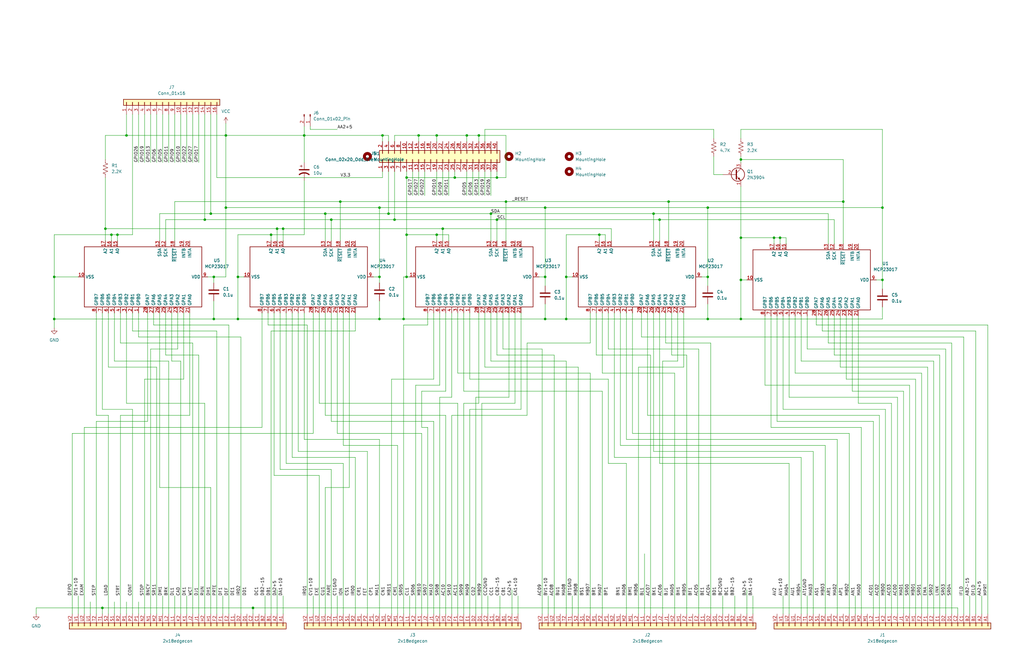
<source format=kicad_sch>
(kicad_sch (version 20230121) (generator eeschema)
  (paper "B")
  (lib_symbols
    (symbol "Connector:Conn_01x02_Pin" (pin_names (offset 1.016) hide)
      (property "Reference" "J" (at 0 2.54 0))
      (property "Value" "Conn_01x02_Pin" (at 0 -5.08 0))
      (symbol "Conn_01x02_Pin_1_1"
        (pin passive line (at 5.08 0 180) (length 3.81) (name "Pin_1") (number "1"))
        (pin passive line (at 5.08 -2.54 180) (length 3.81) (name "Pin_2") (number "2"))
      )
    )
    (symbol "Connector_Generic:Conn_01x16" (pin_names (offset 1.016) hide)
      (property "Reference" "J" (at 0 20.32 0))
      (property "Value" "Conn_01x16" (at 0 -22.86 0))
      (symbol "Conn_01x16_1_1"
        (pin passive line (at -5.08 17.78 0) (length 3.81) (name "Pin_1") (number "1"))
        (pin passive line (at -5.08 -5.08 0) (length 3.81) (name "Pin_10") (number "10"))
        (pin passive line (at -5.08 -7.62 0) (length 3.81) (name "Pin_11") (number "11"))
        (pin passive line (at -5.08 -10.16 0) (length 3.81) (name "Pin_12") (number "12"))
        (pin passive line (at -5.08 -12.7 0) (length 3.81) (name "Pin_13") (number "13"))
        (pin passive line (at -5.08 -15.24 0) (length 3.81) (name "Pin_14") (number "14"))
        (pin passive line (at -5.08 -17.78 0) (length 3.81) (name "Pin_15") (number "15"))
        (pin passive line (at -5.08 -20.32 0) (length 3.81) (name "Pin_16") (number "16"))
        (pin passive line (at -5.08 15.24 0) (length 3.81) (name "Pin_2") (number "2"))
        (pin passive line (at -5.08 12.7 0) (length 3.81) (name "Pin_3") (number "3"))
        (pin passive line (at -5.08 10.16 0) (length 3.81) (name "Pin_4") (number "4"))
        (pin passive line (at -5.08 7.62 0) (length 3.81) (name "Pin_5") (number "5"))
        (pin passive line (at -5.08 5.08 0) (length 3.81) (name "Pin_6") (number "6"))
        (pin passive line (at -5.08 2.54 0) (length 3.81) (name "Pin_7") (number "7"))
        (pin passive line (at -5.08 0 0) (length 3.81) (name "Pin_8") (number "8"))
        (pin passive line (at -5.08 -2.54 0) (length 3.81) (name "Pin_9") (number "9"))
      )
    )
    (symbol "Connector_Generic:Conn_02x20_Odd_Even" (pin_names (offset 1.016) hide)
      (property "Reference" "J" (at 1.27 25.4 0))
      (property "Value" "Conn_02x20_Odd_Even" (at 1.27 -27.94 0))
      (symbol "Conn_02x20_Odd_Even_1_1"
        (pin passive line (at -5.08 22.86 0) (length 3.81) (name "Pin_1") (number "1"))
        (pin passive line (at 7.62 12.7 180) (length 3.81) (name "Pin_10") (number "10"))
        (pin passive line (at -5.08 10.16 0) (length 3.81) (name "Pin_11") (number "11"))
        (pin passive line (at 7.62 10.16 180) (length 3.81) (name "Pin_12") (number "12"))
        (pin passive line (at -5.08 7.62 0) (length 3.81) (name "Pin_13") (number "13"))
        (pin passive line (at 7.62 7.62 180) (length 3.81) (name "Pin_14") (number "14"))
        (pin passive line (at -5.08 5.08 0) (length 3.81) (name "Pin_15") (number "15"))
        (pin passive line (at 7.62 5.08 180) (length 3.81) (name "Pin_16") (number "16"))
        (pin passive line (at -5.08 2.54 0) (length 3.81) (name "Pin_17") (number "17"))
        (pin passive line (at 7.62 2.54 180) (length 3.81) (name "Pin_18") (number "18"))
        (pin passive line (at -5.08 0 0) (length 3.81) (name "Pin_19") (number "19"))
        (pin passive line (at 7.62 22.86 180) (length 3.81) (name "Pin_2") (number "2"))
        (pin passive line (at 7.62 0 180) (length 3.81) (name "Pin_20") (number "20"))
        (pin passive line (at -5.08 -2.54 0) (length 3.81) (name "Pin_21") (number "21"))
        (pin passive line (at 7.62 -2.54 180) (length 3.81) (name "Pin_22") (number "22"))
        (pin passive line (at -5.08 -5.08 0) (length 3.81) (name "Pin_23") (number "23"))
        (pin passive line (at 7.62 -5.08 180) (length 3.81) (name "Pin_24") (number "24"))
        (pin passive line (at -5.08 -7.62 0) (length 3.81) (name "Pin_25") (number "25"))
        (pin passive line (at 7.62 -7.62 180) (length 3.81) (name "Pin_26") (number "26"))
        (pin passive line (at -5.08 -10.16 0) (length 3.81) (name "Pin_27") (number "27"))
        (pin passive line (at 7.62 -10.16 180) (length 3.81) (name "Pin_28") (number "28"))
        (pin passive line (at -5.08 -12.7 0) (length 3.81) (name "Pin_29") (number "29"))
        (pin passive line (at -5.08 20.32 0) (length 3.81) (name "Pin_3") (number "3"))
        (pin passive line (at 7.62 -12.7 180) (length 3.81) (name "Pin_30") (number "30"))
        (pin passive line (at -5.08 -15.24 0) (length 3.81) (name "Pin_31") (number "31"))
        (pin passive line (at 7.62 -15.24 180) (length 3.81) (name "Pin_32") (number "32"))
        (pin passive line (at -5.08 -17.78 0) (length 3.81) (name "Pin_33") (number "33"))
        (pin passive line (at 7.62 -17.78 180) (length 3.81) (name "Pin_34") (number "34"))
        (pin passive line (at -5.08 -20.32 0) (length 3.81) (name "Pin_35") (number "35"))
        (pin passive line (at 7.62 -20.32 180) (length 3.81) (name "Pin_36") (number "36"))
        (pin passive line (at -5.08 -22.86 0) (length 3.81) (name "Pin_37") (number "37"))
        (pin passive line (at 7.62 -22.86 180) (length 3.81) (name "Pin_38") (number "38"))
        (pin passive line (at -5.08 -25.4 0) (length 3.81) (name "Pin_39") (number "39"))
        (pin passive line (at 7.62 20.32 180) (length 3.81) (name "Pin_4") (number "4"))
        (pin passive line (at 7.62 -25.4 180) (length 3.81) (name "Pin_40") (number "40"))
        (pin passive line (at -5.08 17.78 0) (length 3.81) (name "Pin_5") (number "5"))
        (pin passive line (at 7.62 17.78 180) (length 3.81) (name "Pin_6") (number "6"))
        (pin passive line (at -5.08 15.24 0) (length 3.81) (name "Pin_7") (number "7"))
        (pin passive line (at 7.62 15.24 180) (length 3.81) (name "Pin_8") (number "8"))
        (pin passive line (at -5.08 12.7 0) (length 3.81) (name "Pin_9") (number "9"))
      )
    )
    (symbol "Device:C" (pin_numbers hide) (pin_names (offset 0.254))
      (property "Reference" "C" (at 0.635 2.54 0))
      (property "Value" "C" (at 0.635 -2.54 0))
      (symbol "C_1_1"
        (pin passive line (at 0 3.81 270) (length 2.794) (name "~") (number "1"))
        (pin passive line (at 0 -3.81 90) (length 2.794) (name "~") (number "2"))
      )
    )
    (symbol "Device:C_Polarized_US" (pin_numbers hide) (pin_names (offset 0.254) hide)
      (property "Reference" "C" (at 0.635 2.54 0))
      (property "Value" "C_Polarized_US" (at 0.635 -2.54 0))
      (symbol "C_Polarized_US_1_1"
        (pin passive line (at 0 3.81 270) (length 2.794) (name "~") (number "1"))
        (pin passive line (at 0 -3.81 90) (length 3.302) (name "~") (number "2"))
      )
    )
    (symbol "Device:R_US" (pin_numbers hide) (pin_names (offset 0))
      (property "Reference" "R" (at 2.54 0 90))
      (property "Value" "R_US" (at -2.54 0 90))
      (symbol "R_US_1_1"
        (pin passive line (at 0 3.81 270) (length 1.27) (name "~") (number "1"))
        (pin passive line (at 0 -3.81 90) (length 1.27) (name "~") (number "2"))
      )
    )
    (symbol "Mechanical:MountingHole" (pin_names (offset 1.016))
      (property "Reference" "H" (at 0 5.08 0))
      (property "Value" "MountingHole" (at 0 3.175 0))
    )
    (symbol "Transistor_BJT:2N3904" (pin_names (offset 0) hide)
      (property "Reference" "Q" (at 5.08 1.905 0))
      (property "Value" "2N3904" (at 5.08 0 0))
      (symbol "2N3904_1_1"
        (pin passive line (at 2.54 -5.08 90) (length 2.54) (name "E") (number "1"))
        (pin passive line (at -5.08 0 0) (length 5.715) (name "B") (number "2"))
        (pin passive line (at 2.54 5.08 270) (length 2.54) (name "C") (number "3"))
      )
    )
    (symbol "mypipan8llib:2x18edgecon" (pin_names (offset 1.016) hide)
      (property "Reference" "J" (at 0 45.72 0))
      (property "Value" "2x18edgecon" (at 0 -48.26 0))
      (symbol "2x18edgecon_1_1"
        (pin passive line (at -5.08 43.18 0) (length 3.81) (name "A1") (number "A1"))
        (pin passive line (at -5.08 40.64 0) (length 3.81) (name "A2") (number "A2"))
        (pin passive line (at -5.08 38.1 0) (length 3.81) (name "B1") (number "B1"))
        (pin passive line (at -5.08 35.56 0) (length 3.81) (name "B2") (number "B2"))
        (pin passive line (at -5.08 33.02 0) (length 3.81) (name "C1") (number "C1"))
        (pin passive line (at -5.08 30.48 0) (length 3.81) (name "C2") (number "C2"))
        (pin passive line (at -5.08 27.94 0) (length 3.81) (name "D1") (number "D1"))
        (pin passive line (at -5.08 25.4 0) (length 3.81) (name "D2") (number "D2"))
        (pin passive line (at -5.08 22.86 0) (length 3.81) (name "E1") (number "E1"))
        (pin passive line (at -5.08 20.32 0) (length 3.81) (name "E2") (number "E2"))
        (pin passive line (at -5.08 17.78 0) (length 3.81) (name "F1") (number "F1"))
        (pin passive line (at -5.08 15.24 0) (length 3.81) (name "F2") (number "F2"))
        (pin passive line (at -5.08 12.7 0) (length 3.81) (name "H1") (number "H1"))
        (pin passive line (at -5.08 10.16 0) (length 3.81) (name "H2") (number "H2"))
        (pin passive line (at -5.08 7.62 0) (length 3.81) (name "J1") (number "J1"))
        (pin passive line (at -5.08 5.08 0) (length 3.81) (name "J2") (number "J2"))
        (pin passive line (at -5.08 2.54 0) (length 3.81) (name "K1") (number "K1"))
        (pin passive line (at -5.08 0 0) (length 3.81) (name "K2") (number "K2"))
        (pin passive line (at -5.08 -2.54 0) (length 3.81) (name "L1") (number "L1"))
        (pin passive line (at -5.08 -5.08 0) (length 3.81) (name "L2") (number "L2"))
        (pin passive line (at -5.08 -7.62 0) (length 3.81) (name "M1") (number "M1"))
        (pin passive line (at -5.08 -10.16 0) (length 3.81) (name "M2") (number "M2"))
        (pin passive line (at -5.08 -12.7 0) (length 3.81) (name "N1") (number "N1"))
        (pin passive line (at -5.08 -15.24 0) (length 3.81) (name "N2") (number "N2"))
        (pin passive line (at -5.08 -17.78 0) (length 3.81) (name "P1") (number "P1"))
        (pin passive line (at -5.08 -20.32 0) (length 3.81) (name "P2") (number "P2"))
        (pin passive line (at -5.08 -22.86 0) (length 3.81) (name "R1") (number "R1"))
        (pin passive line (at -5.08 -25.4 0) (length 3.81) (name "R2") (number "R2"))
        (pin passive line (at -5.08 -27.94 0) (length 3.81) (name "S1") (number "S1"))
        (pin passive line (at -5.08 -30.48 0) (length 3.81) (name "S2") (number "S2"))
        (pin passive line (at -5.08 -33.02 0) (length 3.81) (name "T1") (number "T1"))
        (pin passive line (at -5.08 -35.56 0) (length 3.81) (name "T2") (number "T2"))
        (pin passive line (at -5.08 -38.1 0) (length 3.81) (name "U1") (number "U1"))
        (pin passive line (at -5.08 -40.64 0) (length 3.81) (name "U2") (number "U2"))
        (pin passive line (at -5.08 -43.18 0) (length 3.81) (name "V1") (number "V1"))
        (pin passive line (at -5.08 -45.72 0) (length 3.81) (name "V2") (number "V2"))
      )
    )
    (symbol "mypipan8llib:MCP23017"
      (property "Reference" "U" (at -12.7 34.29 0))
      (property "Value" "MCP23017" (at 5.08 -34.29 0))
      (symbol "MCP23017_1_1"
        (pin bidirectional line (at 15.24 6.35 180) (length 2.54) (name "GPB0") (number "1"))
        (pin power_in line (at 0 -19.05 90) (length 2.54) (name "VSS") (number "10"))
        (pin input line (at -15.24 17.78 0) (length 2.54) (name "SCK") (number "12"))
        (pin bidirectional line (at -15.24 15.24 0) (length 2.54) (name "SDA") (number "13"))
        (pin input line (at -15.24 -2.54 0) (length 2.54) (name "A0") (number "15"))
        (pin input line (at -15.24 -5.08 0) (length 2.54) (name "A1") (number "16"))
        (pin input line (at -15.24 -7.62 0) (length 2.54) (name "A2") (number "17"))
        (pin input line (at -15.24 21.59 0) (length 2.54) (name "~{RESET}") (number "18"))
        (pin output line (at -15.24 25.4 0) (length 2.54) (name "INTB") (number "19"))
        (pin bidirectional line (at 15.24 3.81 180) (length 2.54) (name "GPB1") (number "2"))
        (pin output line (at -15.24 27.94 0) (length 2.54) (name "INTA") (number "20"))
        (pin bidirectional line (at 15.24 27.94 180) (length 2.54) (name "GPA0") (number "21"))
        (pin bidirectional line (at 15.24 25.4 180) (length 2.54) (name "GPA1") (number "22"))
        (pin bidirectional line (at 15.24 22.86 180) (length 2.54) (name "GPA2") (number "23"))
        (pin bidirectional line (at 15.24 20.32 180) (length 2.54) (name "GPA3") (number "24"))
        (pin bidirectional line (at 15.24 17.78 180) (length 2.54) (name "GPA4") (number "25"))
        (pin bidirectional line (at 15.24 15.24 180) (length 2.54) (name "GPA5") (number "26"))
        (pin bidirectional line (at 15.24 12.7 180) (length 2.54) (name "GPA6") (number "27"))
        (pin bidirectional line (at 15.24 10.16 180) (length 2.54) (name "GPA7") (number "28"))
        (pin bidirectional line (at 15.24 1.27 180) (length 2.54) (name "GPB2") (number "3"))
        (pin bidirectional line (at 15.24 -1.27 180) (length 2.54) (name "GPB3") (number "4"))
        (pin bidirectional line (at 15.24 -3.81 180) (length 2.54) (name "GPB4") (number "5"))
        (pin bidirectional line (at 15.24 -6.35 180) (length 2.54) (name "GPB5") (number "6"))
        (pin bidirectional line (at 15.24 -8.89 180) (length 2.54) (name "GPB6") (number "7"))
        (pin bidirectional line (at 15.24 -11.43 180) (length 2.54) (name "GPB7") (number "8"))
        (pin power_in line (at 0 35.56 270) (length 2.54) (name "VDD") (number "9"))
      )
    )
    (symbol "power:GND" (power) (pin_names (offset 0))
      (property "Value" "GND" (at 0 -3.81 0))
      (symbol "GND_1_1"
        (pin power_in line (at 0 0 270) (length 0) hide (name "GND") (number "1"))
      )
    )
    (symbol "power:VCC" (power) (pin_names (offset 0))
      (property "Value" "VCC" (at 0 3.81 0))
      (symbol "VCC_1_1"
        (pin power_in line (at 0 0 90) (length 0) hide (name "VCC") (number "1"))
      )
    )
  )
  (junction (at 298.45 116.84))
  (junction (at 328.93 100.33))
  (junction (at 90.17 134.62))
  (junction (at 43.18 256.54))
  (junction (at 298.45 134.62))
  (junction (at 114.3 99.06))
  (junction (at 298.45 87.63))
  (junction (at 137.16 90.17))
  (junction (at 53.34 57.15))
  (junction (at 186.69 96.52))
  (junction (at 229.87 87.63))
  (junction (at 49.53 99.06))
  (junction (at 171.45 99.06))
  (junction (at 312.42 67.31))
  (junction (at 201.93 57.15))
  (junction (at 171.45 116.84))
  (junction (at 238.76 116.84))
  (junction (at 170.18 134.62))
  (junction (at 207.01 90.17))
  (junction (at 184.15 99.06))
  (junction (at 44.45 96.52))
  (junction (at 22.86 134.62))
  (junction (at 278.13 92.71))
  (junction (at 326.39 100.33))
  (junction (at 275.59 90.17))
  (junction (at 163.83 90.17))
  (junction (at 196.85 57.15))
  (junction (at 88.9 90.17))
  (junction (at 229.87 116.84))
  (junction (at 143.51 85.09))
  (junction (at 106.68 256.54))
  (junction (at 46.99 99.06))
  (junction (at 22.86 116.84))
  (junction (at 176.53 57.15))
  (junction (at 191.77 74.93))
  (junction (at 229.87 134.62))
  (junction (at 119.38 96.52))
  (junction (at 95.25 87.63))
  (junction (at 128.27 57.15))
  (junction (at 184.15 57.15))
  (junction (at 86.36 92.71))
  (junction (at 95.25 57.15))
  (junction (at 372.11 87.63))
  (junction (at 209.55 74.93))
  (junction (at 100.33 134.62))
  (junction (at 312.42 118.11))
  (junction (at 281.94 85.09))
  (junction (at 166.37 92.71))
  (junction (at 171.45 74.93))
  (junction (at 355.6 85.09))
  (junction (at 100.33 116.84))
  (junction (at 160.02 87.63))
  (junction (at 116.84 96.52))
  (junction (at 160.02 116.84))
  (junction (at 372.11 118.11))
  (junction (at 312.42 134.62))
  (junction (at 90.17 116.84))
  (junction (at 160.02 134.62))
  (junction (at 252.73 99.06))
  (junction (at 209.55 92.71))
  (junction (at 213.36 85.09))
  (junction (at 312.42 100.33))
  (junction (at 161.29 57.15))
  (junction (at 238.76 134.62))
  (junction (at 139.7 92.71))
  (wire (pts (xy 271.78 233.68) (xy 271.78 259.08)))
  (wire (pts (xy 58.42 254) (xy 58.42 259.08)))
  (wire (pts (xy 326.39 100.33) (xy 326.39 102.87)))
  (wire (pts (xy 300.99 73.66) (xy 304.8 73.66)))
  (wire (pts (xy 100.33 134.62) (xy 160.02 134.62)))
  (wire (pts (xy 401.32 144.78) (xy 349.25 144.78)))
  (wire (pts (xy 207.01 152.4) (xy 207.01 132.08)))
  (wire (pts (xy 288.29 132.08) (xy 288.29 154.94)))
  (wire (pts (xy 116.84 248.92) (xy 116.84 259.08)))
  (wire (pts (xy 254 157.48) (xy 284.48 157.48)))
  (wire (pts (xy 160.02 116.84) (xy 157.48 116.84)))
  (wire (pts (xy 171.45 99.06) (xy 171.45 116.84)))
  (wire (pts (xy 396.24 149.86) (xy 351.79 149.86)))
  (wire (pts (xy 128.27 99.06) (xy 114.3 99.06)))
  (wire (pts (xy 393.7 152.4) (xy 337.82 152.4)))
  (wire (pts (xy 132.08 251.46) (xy 132.08 259.08)))
  (wire (pts (xy 139.7 198.12) (xy 139.7 259.08)))
  (wire (pts (xy 229.87 128.27) (xy 229.87 134.62)))
  (wire (pts (xy 312.42 118.11) (xy 314.96 118.11)))
  (wire (pts (xy 184.15 57.15) (xy 184.15 59.69)))
  (wire (pts (xy 125.73 190.5) (xy 154.94 190.5)))
  (wire (pts (xy 193.04 170.18) (xy 193.04 259.08)))
  (wire (pts (xy 193.04 157.48) (xy 248.92 157.48)))
  (wire (pts (xy 294.64 147.32) (xy 294.64 259.08)))
  (wire (pts (xy 137.16 175.26) (xy 137.16 132.08)))
  (wire (pts (xy 144.78 187.96) (xy 144.78 132.08)))
  (wire (pts (xy 372.11 87.63) (xy 298.45 87.63)))
  (wire (pts (xy 81.28 144.78) (xy 81.28 259.08)))
  (wire (pts (xy 373.38 172.72) (xy 373.38 259.08)))
  (wire (pts (xy 184.15 57.15) (xy 176.53 57.15)))
  (wire (pts (xy 149.86 193.04) (xy 149.86 259.08)))
  (wire (pts (xy 201.93 57.15) (xy 213.36 57.15)))
  (wire (pts (xy 229.87 134.62) (xy 238.76 134.62)))
  (wire (pts (xy 71.12 152.4) (xy 71.12 259.08)))
  (wire (pts (xy 204.47 72.39) (xy 204.47 82.55)))
  (wire (pts (xy 48.26 132.08) (xy 48.26 152.4)))
  (wire (pts (xy 219.71 172.72) (xy 219.71 132.08)))
  (wire (pts (xy 198.12 172.72) (xy 219.71 172.72)))
  (wire (pts (xy 166.37 72.39) (xy 166.37 92.71)))
  (wire (pts (xy 63.5 147.32) (xy 63.5 259.08)))
  (wire (pts (xy 342.9 190.5) (xy 342.9 259.08)))
  (wire (pts (xy 283.21 149.86) (xy 283.21 132.08)))
  (wire (pts (xy 203.2 170.18) (xy 203.2 259.08)))
  (wire (pts (xy 129.54 137.16) (xy 129.54 259.08)))
  (wire (pts (xy 86.36 48.26) (xy 86.36 92.71)))
  (wire (pts (xy 40.64 177.8) (xy 40.64 259.08)))
  (wire (pts (xy 171.45 116.84) (xy 170.18 116.84)))
  (wire (pts (xy 229.87 87.63) (xy 229.87 116.84)))
  (wire (pts (xy 261.62 187.96) (xy 347.98 187.96)))
  (wire (pts (xy 128.27 185.42) (xy 128.27 132.08)))
  (wire (pts (xy 368.3 177.8) (xy 327.66 177.8)))
  (wire (pts (xy 383.54 162.56) (xy 322.58 162.56)))
  (wire (pts (xy 332.74 195.58) (xy 332.74 259.08)))
  (wire (pts (xy 76.2 48.26) (xy 76.2 68.58)))
  (wire (pts (xy 95.25 52.07) (xy 95.25 57.15)))
  (wire (pts (xy 30.48 182.88) (xy 30.48 259.08)))
  (wire (pts (xy 50.8 175.26) (xy 50.8 259.08)))
  (wire (pts (xy 358.14 182.88) (xy 358.14 259.08)))
  (wire (pts (xy 214.63 167.64) (xy 214.63 132.08)))
  (wire (pts (xy 198.12 160.02) (xy 256.54 160.02)))
  (wire (pts (xy 337.82 152.4) (xy 337.82 133.35)))
  (wire (pts (xy 393.7 152.4) (xy 393.7 259.08)))
  (wire (pts (xy 33.02 251.46) (xy 33.02 259.08)))
  (wire (pts (xy 190.5 132.08) (xy 190.5 167.64)))
  (wire (pts (xy 388.62 157.48) (xy 388.62 259.08)))
  (wire (pts (xy 340.36 251.46) (xy 340.36 259.08)))
  (wire (pts (xy 299.72 144.78) (xy 280.67 144.78)))
  (wire (pts (xy 340.36 147.32) (xy 340.36 133.35)))
  (wire (pts (xy 312.42 134.62) (xy 372.11 134.62)))
  (wire (pts (xy 398.78 147.32) (xy 340.36 147.32)))
  (wire (pts (xy 298.45 116.84) (xy 298.45 120.65)))
  (wire (pts (xy 228.6 147.32) (xy 212.09 147.32)))
  (wire (pts (xy 278.13 195.58) (xy 278.13 132.08)))
  (wire (pts (xy 88.9 48.26) (xy 88.9 90.17)))
  (wire (pts (xy 335.28 157.48) (xy 335.28 133.35)))
  (wire (pts (xy 231.14 251.46) (xy 231.14 259.08)))
  (wire (pts (xy 53.34 48.26) (xy 53.34 57.15)))
  (wire (pts (xy 116.84 96.52) (xy 119.38 96.52)))
  (wire (pts (xy 74.93 147.32) (xy 74.93 132.08)))
  (wire (pts (xy 154.94 190.5) (xy 154.94 259.08)))
  (wire (pts (xy 401.32 144.78) (xy 401.32 259.08)))
  (wire (pts (xy 95.25 87.63) (xy 160.02 87.63)))
  (wire (pts (xy 182.88 177.8) (xy 182.88 259.08)))
  (wire (pts (xy 53.34 132.08) (xy 53.34 170.18)))
  (wire (pts (xy 210.82 251.46) (xy 210.82 259.08)))
  (wire (pts (xy 363.22 180.34) (xy 363.22 259.08)))
  (wire (pts (xy 355.6 67.31) (xy 355.6 85.09)))
  (wire (pts (xy 66.04 154.94) (xy 45.72 154.94)))
  (wire (pts (xy 196.85 72.39) (xy 196.85 82.55)))
  (wire (pts (xy 114.3 139.7) (xy 114.3 259.08)))
  (wire (pts (xy 344.17 137.16) (xy 416.56 137.16)))
  (wire (pts (xy 228.6 147.32) (xy 228.6 259.08)))
  (wire (pts (xy 149.86 193.04) (xy 123.19 193.04)))
  (wire (pts (xy 254 165.1) (xy 254 259.08)))
  (wire (pts (xy 347.98 187.96) (xy 347.98 259.08)))
  (wire (pts (xy 86.36 170.18) (xy 86.36 259.08)))
  (wire (pts (xy 372.11 134.62) (xy 372.11 129.54)))
  (wire (pts (xy 195.58 165.1) (xy 254 165.1)))
  (wire (pts (xy 217.17 132.08) (xy 217.17 170.18)))
  (wire (pts (xy 43.18 256.54) (xy 43.18 259.08)))
  (wire (pts (xy 383.54 162.56) (xy 383.54 259.08)))
  (wire (pts (xy 378.46 167.64) (xy 378.46 259.08)))
  (wire (pts (xy 166.37 92.71) (xy 139.7 92.71)))
  (wire (pts (xy 298.45 87.63) (xy 298.45 116.84)))
  (wire (pts (xy 325.12 180.34) (xy 363.22 180.34)))
  (wire (pts (xy 149.86 132.08) (xy 149.86 139.7)))
  (wire (pts (xy 142.24 182.88) (xy 142.24 132.08)))
  (wire (pts (xy 248.92 132.08) (xy 248.92 144.78)))
  (wire (pts (xy 95.25 87.63) (xy 95.25 116.84)))
  (wire (pts (xy 171.45 72.39) (xy 171.45 74.93)))
  (wire (pts (xy 243.84 154.94) (xy 243.84 259.08)))
  (wire (pts (xy 53.34 254) (xy 53.34 259.08)))
  (wire (pts (xy 165.1 160.02) (xy 182.88 160.02)))
  (wire (pts (xy 278.13 92.71) (xy 351.79 92.71)))
  (wire (pts (xy 198.12 172.72) (xy 198.12 259.08)))
  (wire (pts (xy 130.81 53.34) (xy 130.81 54.61)))
  (wire (pts (xy 372.11 54.61) (xy 372.11 87.63)))
  (wire (pts (xy 170.18 134.62) (xy 229.87 134.62)))
  (wire (pts (xy 43.18 256.54) (xy 106.68 256.54)))
  (wire (pts (xy 137.16 90.17) (xy 137.16 101.6)))
  (wire (pts (xy 15.24 259.08) (xy 15.24 256.54)))
  (wire (pts (xy 182.88 160.02) (xy 182.88 132.08)))
  (wire (pts (xy 100.33 116.84) (xy 100.33 134.62)))
  (wire (pts (xy 45.72 132.08) (xy 45.72 154.94)))
  (wire (pts (xy 259.08 132.08) (xy 259.08 193.04)))
  (wire (pts (xy 189.23 101.6) (xy 189.23 99.06)))
  (wire (pts (xy 212.09 147.32) (xy 212.09 132.08)))
  (wire (pts (xy 368.3 177.8) (xy 368.3 259.08)))
  (wire (pts (xy 209.55 74.93) (xy 213.36 74.93)))
  (wire (pts (xy 101.6 142.24) (xy 101.6 259.08)))
  (wire (pts (xy 280.67 144.78) (xy 280.67 132.08)))
  (wire (pts (xy 69.85 92.71) (xy 86.36 92.71)))
  (wire (pts (xy 386.08 160.02) (xy 386.08 259.08)))
  (wire (pts (xy 35.56 180.34) (xy 35.56 259.08)))
  (wire (pts (xy 69.85 149.86) (xy 69.85 132.08)))
  (wire (pts (xy 95.25 116.84) (xy 90.17 116.84)))
  (wire (pts (xy 408.94 251.46) (xy 408.94 259.08)))
  (wire (pts (xy 279.4 152.4) (xy 279.4 259.08)))
  (wire (pts (xy 414.02 251.46) (xy 414.02 259.08)))
  (wire (pts (xy 49.53 101.6) (xy 49.53 99.06)))
  (wire (pts (xy 185.42 162.56) (xy 185.42 132.08)))
  (wire (pts (xy 298.45 128.27) (xy 298.45 134.62)))
  (wire (pts (xy 55.88 139.7) (xy 55.88 132.08)))
  (wire (pts (xy 330.2 172.72) (xy 330.2 133.35)))
  (wire (pts (xy 349.25 144.78) (xy 349.25 133.35)))
  (wire (pts (xy 199.39 72.39) (xy 199.39 82.55)))
  (wire (pts (xy 78.74 48.26) (xy 78.74 68.58)))
  (wire (pts (xy 331.47 100.33) (xy 328.93 100.33)))
  (wire (pts (xy 391.16 154.94) (xy 391.16 259.08)))
  (wire (pts (xy 215.9 248.92) (xy 215.9 259.08)))
  (wire (pts (xy 22.86 116.84) (xy 33.02 116.84)))
  (wire (pts (xy 213.36 74.93) (xy 213.36 57.15)))
  (wire (pts (xy 209.55 149.86) (xy 209.55 132.08)))
  (wire (pts (xy 312.42 67.31) (xy 312.42 68.58)))
  (wire (pts (xy 406.4 142.24) (xy 270.51 142.24)))
  (wire (pts (xy 411.48 139.7) (xy 411.48 259.08)))
  (wire (pts (xy 170.18 116.84) (xy 170.18 134.62)))
  (wire (pts (xy 171.45 74.93) (xy 171.45 99.06)))
  (wire (pts (xy 172.72 116.84) (xy 171.45 116.84)))
  (wire (pts (xy 189.23 72.39) (xy 189.23 82.55)))
  (wire (pts (xy 49.53 99.06) (xy 46.99 99.06)))
  (wire (pts (xy 43.18 132.08) (xy 43.18 172.72)))
  (wire (pts (xy 222.25 175.26) (xy 190.5 175.26)))
  (wire (pts (xy 243.84 154.94) (xy 204.47 154.94)))
  (wire (pts (xy 175.26 162.56) (xy 175.26 259.08)))
  (wire (pts (xy 185.42 167.64) (xy 185.42 259.08)))
  (wire (pts (xy 100.33 99.06) (xy 100.33 116.84)))
  (wire (pts (xy 170.18 137.16) (xy 180.34 137.16)))
  (wire (pts (xy 359.41 165.1) (xy 359.41 133.35)))
  (wire (pts (xy 200.66 167.64) (xy 214.63 167.64)))
  (wire (pts (xy 186.69 96.52) (xy 186.69 101.6)))
  (wire (pts (xy 161.29 57.15) (xy 161.29 59.69)))
  (wire (pts (xy 80.01 132.08) (xy 80.01 175.26)))
  (wire (pts (xy 176.53 72.39) (xy 176.53 82.55)))
  (wire (pts (xy 128.27 76.2) (xy 128.27 99.06)))
  (wire (pts (xy 86.36 92.71) (xy 139.7 92.71)))
  (wire (pts (xy 120.65 195.58) (xy 144.78 195.58)))
  (wire (pts (xy 298.45 116.84) (xy 295.91 116.84)))
  (wire (pts (xy 204.47 59.69) (xy 204.47 54.61)))
  (wire (pts (xy 113.03 137.16) (xy 113.03 132.08)))
  (wire (pts (xy 163.83 72.39) (xy 163.83 90.17)))
  (wire (pts (xy 44.45 96.52) (xy 116.84 96.52)))
  (wire (pts (xy 411.48 139.7) (xy 346.71 139.7)))
  (wire (pts (xy 195.58 165.1) (xy 195.58 132.08)))
  (wire (pts (xy 193.04 157.48) (xy 193.04 132.08)))
  (wire (pts (xy 134.62 200.66) (xy 115.57 200.66)))
  (wire (pts (xy 294.64 147.32) (xy 256.54 147.32)))
  (wire (pts (xy 191.77 74.93) (xy 209.55 74.93)))
  (wire (pts (xy 55.88 48.26) (xy 55.88 99.06)))
  (wire (pts (xy 128.27 57.15) (xy 161.29 57.15)))
  (wire (pts (xy 147.32 132.08) (xy 147.32 205.74)))
  (wire (pts (xy 196.85 57.15) (xy 184.15 57.15)))
  (wire (pts (xy 49.53 99.06) (xy 55.88 99.06)))
  (wire (pts (xy 251.46 149.86) (xy 251.46 132.08)))
  (wire (pts (xy 62.23 132.08) (xy 62.23 177.8)))
  (wire (pts (xy 128.27 185.42) (xy 160.02 185.42)))
  (wire (pts (xy 201.93 72.39) (xy 201.93 82.55)))
  (wire (pts (xy 60.96 160.02) (xy 77.47 160.02)))
  (wire (pts (xy 167.64 187.96) (xy 144.78 187.96)))
  (wire (pts (xy 351.79 92.71) (xy 351.79 102.87)))
  (wire (pts (xy 200.66 167.64) (xy 200.66 259.08)))
  (wire (pts (xy 354.33 154.94) (xy 354.33 133.35)))
  (wire (pts (xy 332.74 167.64) (xy 332.74 133.35)))
  (wire (pts (xy 337.82 193.04) (xy 259.08 193.04)))
  (wire (pts (xy 50.8 144.78) (xy 50.8 132.08)))
  (wire (pts (xy 238.76 134.62) (xy 298.45 134.62)))
  (wire (pts (xy 44.45 74.93) (xy 44.45 96.52)))
  (wire (pts (xy 369.57 118.11) (xy 372.11 118.11)))
  (wire (pts (xy 269.24 154.94) (xy 269.24 259.08)))
  (wire (pts (xy 171.45 74.93) (xy 191.77 74.93)))
  (wire (pts (xy 304.8 251.46) (xy 304.8 259.08)))
  (wire (pts (xy 76.2 152.4) (xy 72.39 152.4)))
  (wire (pts (xy 55.88 172.72) (xy 55.88 259.08)))
  (wire (pts (xy 64.77 137.16) (xy 96.52 137.16)))
  (wire (pts (xy 337.82 193.04) (xy 337.82 259.08)))
  (wire (pts (xy 160.02 116.84) (xy 160.02 119.38)))
  (wire (pts (xy 128.27 57.15) (xy 128.27 68.58)))
  (wire (pts (xy 289.56 149.86) (xy 283.21 149.86)))
  (wire (pts (xy 73.66 85.09) (xy 73.66 101.6)))
  (wire (pts (xy 119.38 251.46) (xy 119.38 259.08)))
  (wire (pts (xy 44.45 96.52) (xy 44.45 101.6)))
  (wire (pts (xy 264.16 185.42) (xy 264.16 132.08)))
  (wire (pts (xy 184.15 72.39) (xy 184.15 82.55)))
  (wire (pts (xy 163.83 59.69) (xy 163.83 57.15)))
  (wire (pts (xy 106.68 256.54) (xy 403.86 256.54)))
  (wire (pts (xy 176.53 57.15) (xy 176.53 59.69)))
  (wire (pts (xy 332.74 195.58) (xy 278.13 195.58)))
  (wire (pts (xy 182.88 177.8) (xy 139.7 177.8)))
  (wire (pts (xy 95.25 57.15) (xy 95.25 87.63)))
  (wire (pts (xy 120.65 195.58) (xy 120.65 132.08)))
  (wire (pts (xy 233.68 149.86) (xy 209.55 149.86)))
  (wire (pts (xy 201.93 170.18) (xy 201.93 132.08)))
  (wire (pts (xy 177.8 182.88) (xy 177.8 259.08)))
  (wire (pts (xy 373.38 172.72) (xy 330.2 172.72)))
  (wire (pts (xy 91.44 139.7) (xy 91.44 259.08)))
  (wire (pts (xy 90.17 116.84) (xy 90.17 119.38)))
  (wire (pts (xy 209.55 74.93) (xy 209.55 72.39)))
  (wire (pts (xy 48.26 152.4) (xy 71.12 152.4)))
  (wire (pts (xy 110.49 132.08) (xy 110.49 180.34)))
  (wire (pts (xy 252.73 99.06) (xy 252.73 101.6)))
  (wire (pts (xy 275.59 190.5) (xy 342.9 190.5)))
  (wire (pts (xy 176.53 57.15) (xy 166.37 57.15)))
  (wire (pts (xy 132.08 182.88) (xy 30.48 182.88)))
  (wire (pts (xy 50.8 144.78) (xy 81.28 144.78)))
  (wire (pts (xy 186.69 72.39) (xy 186.69 82.55)))
  (wire (pts (xy 207.01 90.17) (xy 207.01 101.6)))
  (wire (pts (xy 298.45 134.62) (xy 312.42 134.62)))
  (wire (pts (xy 184.15 99.06) (xy 184.15 101.6)))
  (wire (pts (xy 269.24 154.94) (xy 288.29 154.94)))
  (wire (pts (xy 213.36 85.09) (xy 143.51 85.09)))
  (wire (pts (xy 398.78 147.32) (xy 398.78 259.08)))
  (wire (pts (xy 353.06 185.42) (xy 353.06 259.08)))
  (wire (pts (xy 118.11 132.08) (xy 118.11 198.12)))
  (wire (pts (xy 67.31 132.08) (xy 67.31 205.74)))
  (wire (pts (xy 55.88 172.72) (xy 43.18 172.72)))
  (wire (pts (xy 213.36 85.09) (xy 281.94 85.09)))
  (wire (pts (xy 165.1 160.02) (xy 165.1 259.08)))
  (wire (pts (xy 72.39 132.08) (xy 72.39 152.4)))
  (wire (pts (xy 177.8 182.88) (xy 142.24 182.88)))
  (wire (pts (xy 375.92 170.18) (xy 375.92 259.08)))
  (wire (pts (xy 386.08 160.02) (xy 356.87 160.02)))
  (wire (pts (xy 274.32 149.86) (xy 274.32 259.08)))
  (wire (pts (xy 119.38 96.52) (xy 186.69 96.52)))
  (wire (pts (xy 204.47 154.94) (xy 204.47 132.08)))
  (wire (pts (xy 281.94 85.09) (xy 355.6 85.09)))
  (wire (pts (xy 187.96 175.26) (xy 187.96 259.08)))
  (wire (pts (xy 78.74 251.46) (xy 78.74 259.08)))
  (wire (pts (xy 73.66 251.46) (xy 73.66 259.08)))
  (wire (pts (xy 300.99 66.04) (xy 300.99 73.66)))
  (wire (pts (xy 134.62 170.18) (xy 134.62 132.08)))
  (wire (pts (xy 284.48 157.48) (xy 284.48 259.08)))
  (wire (pts (xy 77.47 132.08) (xy 77.47 160.02)))
  (wire (pts (xy 22.86 138.43) (xy 22.86 134.62)))
  (wire (pts (xy 378.46 167.64) (xy 332.74 167.64)))
  (wire (pts (xy 71.12 48.26) (xy 71.12 68.58)))
  (wire (pts (xy 375.92 170.18) (xy 361.95 170.18)))
  (wire (pts (xy 53.34 57.15) (xy 95.25 57.15)))
  (wire (pts (xy 355.6 85.09) (xy 355.6 102.87)))
  (wire (pts (xy 73.66 48.26) (xy 73.66 68.58)))
  (wire (pts (xy 370.84 175.26) (xy 273.05 175.26)))
  (wire (pts (xy 118.11 198.12) (xy 139.7 198.12)))
  (wire (pts (xy 285.75 152.4) (xy 285.75 132.08)))
  (wire (pts (xy 90.17 134.62) (xy 100.33 134.62)))
  (wire (pts (xy 119.38 96.52) (xy 119.38 101.6)))
  (wire (pts (xy 60.96 160.02) (xy 60.96 259.08)))
  (wire (pts (xy 58.42 132.08) (xy 58.42 142.24)))
  (wire (pts (xy 256.54 195.58) (xy 264.16 195.58)))
  (wire (pts (xy 229.87 87.63) (xy 298.45 87.63)))
  (wire (pts (xy 209.55 92.71) (xy 209.55 101.6)))
  (wire (pts (xy 205.74 251.46) (xy 205.74 259.08)))
  (wire (pts (xy 229.87 116.84) (xy 229.87 120.65)))
  (wire (pts (xy 388.62 157.48) (xy 335.28 157.48)))
  (wire (pts (xy 196.85 57.15) (xy 196.85 59.69)))
  (wire (pts (xy 238.76 99.06) (xy 252.73 99.06)))
  (wire (pts (xy 134.62 200.66) (xy 134.62 259.08)))
  (wire (pts (xy 144.78 195.58) (xy 144.78 259.08)))
  (wire (pts (xy 160.02 87.63) (xy 229.87 87.63)))
  (wire (pts (xy 22.86 134.62) (xy 90.17 134.62)))
  (wire (pts (xy 35.56 180.34) (xy 110.49 180.34)))
  (wire (pts (xy 137.16 205.74) (xy 147.32 205.74)))
  (wire (pts (xy 406.4 142.24) (xy 406.4 259.08)))
  (wire (pts (xy 171.45 99.06) (xy 184.15 99.06)))
  (wire (pts (xy 266.7 182.88) (xy 266.7 132.08)))
  (wire (pts (xy 261.62 132.08) (xy 261.62 187.96)))
  (wire (pts (xy 275.59 90.17) (xy 275.59 101.6)))
  (wire (pts (xy 163.83 90.17) (xy 137.16 90.17)))
  (wire (pts (xy 48.26 254) (xy 48.26 259.08)))
  (wire (pts (xy 139.7 92.71) (xy 139.7 101.6)))
  (wire (pts (xy 370.84 175.26) (xy 370.84 259.08)))
  (wire (pts (xy 312.42 58.42) (xy 312.42 54.61)))
  (wire (pts (xy 74.93 147.32) (xy 63.5 147.32)))
  (wire (pts (xy 44.45 57.15) (xy 53.34 57.15)))
  (wire (pts (xy 361.95 170.18) (xy 361.95 133.35)))
  (wire (pts (xy 325.12 180.34) (xy 325.12 133.35)))
  (wire (pts (xy 312.42 67.31) (xy 355.6 67.31)))
  (wire (pts (xy 381 165.1) (xy 381 259.08)))
  (wire (pts (xy 113.03 137.16) (xy 129.54 137.16)))
  (wire (pts (xy 218.44 251.46) (xy 218.44 259.08)))
  (wire (pts (xy 331.47 102.87) (xy 331.47 100.33)))
  (wire (pts (xy 44.45 67.31) (xy 44.45 57.15)))
  (wire (pts (xy 177.8 165.1) (xy 187.96 165.1)))
  (wire (pts (xy 257.81 96.52) (xy 257.81 101.6)))
  (wire (pts (xy 67.31 90.17) (xy 88.9 90.17)))
  (wire (pts (xy 179.07 72.39) (xy 179.07 82.55)))
  (wire (pts (xy 279.4 152.4) (xy 285.75 152.4)))
  (wire (pts (xy 114.3 101.6) (xy 114.3 99.06)))
  (wire (pts (xy 187.96 132.08) (xy 187.96 165.1)))
  (wire (pts (xy 88.9 90.17) (xy 137.16 90.17)))
  (wire (pts (xy 67.31 205.74) (xy 88.9 205.74)))
  (wire (pts (xy 166.37 57.15) (xy 166.37 59.69)))
  (wire (pts (xy 137.16 205.74) (xy 137.16 259.08)))
  (wire (pts (xy 264.16 195.58) (xy 264.16 259.08)))
  (wire (pts (xy 58.42 48.26) (xy 58.42 68.58)))
  (wire (pts (xy 312.42 78.74) (xy 312.42 100.33)))
  (wire (pts (xy 238.76 152.4) (xy 238.76 259.08)))
  (wire (pts (xy 45.72 175.26) (xy 45.72 259.08)))
  (wire (pts (xy 187.96 175.26) (xy 137.16 175.26)))
  (wire (pts (xy 115.57 132.08) (xy 115.57 200.66)))
  (wire (pts (xy 114.3 139.7) (xy 149.86 139.7)))
  (wire (pts (xy 238.76 116.84) (xy 238.76 134.62)))
  (wire (pts (xy 204.47 54.61) (xy 300.99 54.61)))
  (wire (pts (xy 143.51 85.09) (xy 73.66 85.09)))
  (wire (pts (xy 66.04 154.94) (xy 66.04 259.08)))
  (wire (pts (xy 416.56 137.16) (xy 416.56 259.08)))
  (wire (pts (xy 270.51 142.24) (xy 270.51 132.08)))
  (wire (pts (xy 314.96 248.92) (xy 314.96 259.08)))
  (wire (pts (xy 358.14 182.88) (xy 266.7 182.88)))
  (wire (pts (xy 67.31 90.17) (xy 67.31 101.6)))
  (wire (pts (xy 328.93 100.33) (xy 328.93 102.87)))
  (wire (pts (xy 95.25 57.15) (xy 128.27 57.15)))
  (wire (pts (xy 209.55 92.71) (xy 278.13 92.71)))
  (wire (pts (xy 330.2 251.46) (xy 330.2 259.08)))
  (wire (pts (xy 201.93 57.15) (xy 196.85 57.15)))
  (wire (pts (xy 40.64 175.26) (xy 45.72 175.26)))
  (wire (pts (xy 102.87 116.84) (xy 100.33 116.84)))
  (wire (pts (xy 15.24 256.54) (xy 43.18 256.54)))
  (wire (pts (xy 326.39 100.33) (xy 312.42 100.33)))
  (wire (pts (xy 207.01 72.39) (xy 207.01 82.55)))
  (wire (pts (xy 116.84 96.52) (xy 116.84 101.6)))
  (wire (pts (xy 22.86 134.62) (xy 22.86 116.84)))
  (wire (pts (xy 177.8 180.34) (xy 177.8 165.1)))
  (wire (pts (xy 275.59 90.17) (xy 349.25 90.17)))
  (wire (pts (xy 160.02 127) (xy 160.02 134.62)))
  (wire (pts (xy 248.92 157.48) (xy 248.92 259.08)))
  (wire (pts (xy 322.58 162.56) (xy 322.58 133.35)))
  (wire (pts (xy 309.88 251.46) (xy 309.88 259.08)))
  (wire (pts (xy 381 165.1) (xy 359.41 165.1)))
  (wire (pts (xy 46.99 99.06) (xy 22.86 99.06)))
  (wire (pts (xy 161.29 72.39) (xy 161.29 74.93)))
  (wire (pts (xy 248.92 144.78) (xy 222.25 144.78)))
  (wire (pts (xy 317.5 251.46) (xy 317.5 259.08)))
  (wire (pts (xy 111.76 251.46) (xy 111.76 259.08)))
  (wire (pts (xy 60.96 48.26) (xy 60.96 68.58)))
  (wire (pts (xy 185.42 167.64) (xy 190.5 167.64)))
  (wire (pts (xy 241.3 251.46) (xy 241.3 259.08)))
  (wire (pts (xy 191.77 74.93) (xy 191.77 72.39)))
  (wire (pts (xy 93.98 251.46) (xy 93.98 259.08)))
  (wire (pts (xy 312.42 54.61) (xy 372.11 54.61)))
  (wire (pts (xy 222.25 144.78) (xy 222.25 175.26)))
  (wire (pts (xy 130.81 54.61) (xy 142.24 54.61)))
  (wire (pts (xy 80.01 175.26) (xy 50.8 175.26)))
  (wire (pts (xy 40.64 177.8) (xy 62.23 177.8)))
  (wire (pts (xy 238.76 116.84) (xy 238.76 99.06)))
  (wire (pts (xy 312.42 134.62) (xy 312.42 118.11)))
  (wire (pts (xy 76.2 152.4) (xy 76.2 259.08)))
  (wire (pts (xy 256.54 160.02) (xy 256.54 195.58)))
  (wire (pts (xy 83.82 149.86) (xy 83.82 259.08)))
  (wire (pts (xy 213.36 85.09) (xy 213.36 101.6)))
  (wire (pts (xy 96.52 137.16) (xy 96.52 259.08)))
  (wire (pts (xy 186.69 96.52) (xy 257.81 96.52)))
  (wire (pts (xy 391.16 154.94) (xy 354.33 154.94)))
  (wire (pts (xy 91.44 48.26) (xy 91.44 74.93)))
  (wire (pts (xy 255.27 99.06) (xy 255.27 101.6)))
  (wire (pts (xy 166.37 92.71) (xy 209.55 92.71)))
  (wire (pts (xy 63.5 48.26) (xy 63.5 68.58)))
  (wire (pts (xy 160.02 134.62) (xy 170.18 134.62)))
  (wire (pts (xy 90.17 116.84) (xy 87.63 116.84)))
  (wire (pts (xy 403.86 256.54) (xy 403.86 259.08)))
  (wire (pts (xy 132.08 132.08) (xy 132.08 182.88)))
  (wire (pts (xy 372.11 118.11) (xy 372.11 121.92)))
  (wire (pts (xy 256.54 147.32) (xy 256.54 132.08)))
  (wire (pts (xy 275.59 190.5) (xy 275.59 132.08)))
  (wire (pts (xy 142.24 251.46) (xy 142.24 259.08)))
  (wire (pts (xy 163.83 90.17) (xy 207.01 90.17)))
  (wire (pts (xy 344.17 133.35) (xy 344.17 137.16)))
  (wire (pts (xy 180.34 137.16) (xy 180.34 132.08)))
  (wire (pts (xy 372.11 118.11) (xy 372.11 87.63)))
  (wire (pts (xy 66.04 48.26) (xy 66.04 68.58)))
  (wire (pts (xy 328.93 100.33) (xy 326.39 100.33)))
  (wire (pts (xy 289.56 149.86) (xy 289.56 259.08)))
  (wire (pts (xy 327.66 177.8) (xy 327.66 133.35)))
  (wire (pts (xy 353.06 185.42) (xy 264.16 185.42)))
  (wire (pts (xy 46.99 99.06) (xy 46.99 101.6)))
  (wire (pts (xy 396.24 149.86) (xy 396.24 259.08)))
  (wire (pts (xy 88.9 205.74) (xy 88.9 259.08)))
  (wire (pts (xy 106.68 256.54) (xy 106.68 259.08)))
  (wire (pts (xy 100.33 99.06) (xy 114.3 99.06)))
  (wire (pts (xy 229.87 116.84) (xy 227.33 116.84)))
  (wire (pts (xy 312.42 100.33) (xy 312.42 118.11)))
  (wire (pts (xy 201.93 57.15) (xy 201.93 59.69)))
  (wire (pts (xy 128.27 53.34) (xy 128.27 57.15)))
  (wire (pts (xy 190.5 175.26) (xy 190.5 259.08)))
  (wire (pts (xy 195.58 170.18) (xy 201.93 170.18)))
  (wire (pts (xy 278.13 92.71) (xy 278.13 101.6)))
  (wire (pts (xy 167.64 187.96) (xy 167.64 259.08)))
  (wire (pts (xy 64.77 137.16) (xy 64.77 132.08)))
  (wire (pts (xy 198.12 160.02) (xy 198.12 132.08)))
  (wire (pts (xy 254 157.48) (xy 254 132.08)))
  (wire (pts (xy 241.3 116.84) (xy 238.76 116.84)))
  (wire (pts (xy 356.87 160.02) (xy 356.87 133.35)))
  (wire (pts (xy 160.02 185.42) (xy 160.02 259.08)))
  (wire (pts (xy 38.1 254) (xy 38.1 259.08)))
  (wire (pts (xy 184.15 99.06) (xy 189.23 99.06)))
  (wire (pts (xy 360.68 251.46) (xy 360.68 259.08)))
  (wire (pts (xy 55.88 139.7) (xy 91.44 139.7)))
  (wire (pts (xy 346.71 139.7) (xy 346.71 133.35)))
  (wire (pts (xy 143.51 85.09) (xy 143.51 101.6)))
  (wire (pts (xy 161.29 57.15) (xy 163.83 57.15)))
  (wire (pts (xy 281.94 101.6) (xy 281.94 85.09)))
  (wire (pts (xy 207.01 90.17) (xy 275.59 90.17)))
  (wire (pts (xy 180.34 180.34) (xy 180.34 259.08)))
  (wire (pts (xy 273.05 175.26) (xy 273.05 132.08)))
  (wire (pts (xy 160.02 87.63) (xy 160.02 116.84)))
  (wire (pts (xy 91.44 74.93) (xy 161.29 74.93)))
  (wire (pts (xy 233.68 149.86) (xy 233.68 259.08)))
  (wire (pts (xy 170.18 137.16) (xy 170.18 259.08)))
  (wire (pts (xy 274.32 149.86) (xy 251.46 149.86)))
  (wire (pts (xy 349.25 90.17) (xy 349.25 102.87)))
  (wire (pts (xy 68.58 251.46) (xy 68.58 259.08)))
  (wire (pts (xy 58.42 142.24) (xy 101.6 142.24)))
  (wire (pts (xy 193.04 170.18) (xy 134.62 170.18)))
  (wire (pts (xy 22.86 99.06) (xy 22.86 116.84)))
  (wire (pts (xy 300.99 54.61) (xy 300.99 58.42)))
  (wire (pts (xy 203.2 170.18) (xy 217.17 170.18)))
  (wire (pts (xy 299.72 144.78) (xy 299.72 259.08)))
  (wire (pts (xy 173.99 72.39) (xy 173.99 82.55)))
  (wire (pts (xy 40.64 132.08) (xy 40.64 175.26)))
  (wire (pts (xy 81.28 48.26) (xy 81.28 68.58)))
  (wire (pts (xy 123.19 193.04) (xy 123.19 132.08)))
  (wire (pts (xy 125.73 190.5) (xy 125.73 132.08)))
  (wire (pts (xy 68.58 48.26) (xy 68.58 68.58)))
  (wire (pts (xy 312.42 66.04) (xy 312.42 67.31)))
  (wire (pts (xy 180.34 180.34) (xy 177.8 180.34)))
  (wire (pts (xy 252.73 99.06) (xy 255.27 99.06)))
  (wire (pts (xy 195.58 170.18) (xy 195.58 259.08)))
  (wire (pts (xy 172.72 251.46) (xy 172.72 259.08)))
  (wire (pts (xy 351.79 149.86) (xy 351.79 133.35)))
  (wire (pts (xy 139.7 177.8) (xy 139.7 132.08)))
  (wire (pts (xy 83.82 149.86) (xy 69.85 149.86)))
  (wire (pts (xy 69.85 92.71) (xy 69.85 101.6)))
  (wire (pts (xy 90.17 127) (xy 90.17 134.62)))
  (wire (pts (xy 53.34 170.18) (xy 86.36 170.18)))
  (wire (pts (xy 175.26 162.56) (xy 185.42 162.56)))
  (wire (pts (xy 238.76 152.4) (xy 207.01 152.4)))
  (wire (pts (xy 83.82 48.26) (xy 83.82 68.58)))
  (label "EMA" (at 391.16 251.46 90))
  (label "MA10" (at 182.88 251.46 90))
  (label "MA08" (at 238.76 251.46 90))
  (label "DFLD" (at 411.48 251.46 90))
  (label "SR10" (at 190.5 251.46 90))
  (label "AC05" (at 294.64 251.46 90))
  (label "V3.3" (at 143.51 74.93 0))
  (label "DB1" (at 114.3 251.46 90))
  (label "DEF" (at 96.52 251.46 90))
  (label "GPIO10" (at 76.2 68.58 90))
  (label "STRT" (at 50.8 251.46 90))
  (label "DC1" (at 109.22 251.46 90))
  (label "AA2+5" (at 142.24 54.61 0))
  (label "GPIO5" (at 196.85 82.55 90))
  (label "SR09" (at 195.58 251.46 90))
  (label "AU1" (at 335.28 251.46 90))
  (label "GPIO5" (at 68.58 68.58 90))
  (label "AN1" (at 360.68 251.46 90))
  (label "MB11" (at 165.1 251.46 90))
  (label "MB05" (at 289.56 251.46 90))
  (label "ION" (at 144.78 251.46 90))
  (label "MA09" (at 198.12 251.46 90))
  (label "CC2GND" (at 205.74 251.46 90))
  (label "CB2-15" (at 210.82 251.46 90))
  (label "AP1" (at 355.6 251.46 90))
  (label "MA11" (at 160.02 251.46 90))
  (label "CT1GND" (at 142.24 251.46 90))
  (label "BS1" (at 246.38 251.46 90))
  (label "AC09" (at 228.6 251.46 90))
  (label "CAD" (at 76.2 251.46 90))
  (label "CN1" (at 162.56 251.46 90))
  (label "DB2-15" (at 111.76 251.46 90))
  (label "AC08" (at 233.68 251.46 90))
  (label "GPIO27" (at 81.28 68.58 90))
  (label "AC10" (at 187.96 251.46 90))
  (label "AB2-15" (at 408.94 251.46 90))
  (label "BM1" (at 266.7 251.46 90))
  (label "GPIO22" (at 179.07 82.55 90))
  (label "MA03" (at 342.9 251.46 90))
  (label "BF1" (at 292.1 251.46 90))
  (label "MPRT" (at 416.56 251.46 90))
  (label "CS1" (at 147.32 251.46 90))
  (label "MB03" (at 347.98 251.46 90))
  (label "EXAM" (at 35.56 251.46 90))
  (label "MB07" (at 248.92 251.46 90))
  (label "BV1+10" (at 231.14 251.46 90))
  (label "SR01" (at 388.62 251.46 90))
  (label "GPIO10" (at 184.15 82.55 90))
  (label "MA01" (at 381 251.46 90))
  (label "GPIO19" (at 204.47 82.55 90))
  (label "PARE" (at 139.7 251.46 90))
  (label "BC1" (at 307.34 251.46 90))
  (label "DM1" (at 68.58 251.46 90))
  (label "DV1+10" (at 33.02 251.46 90))
  (label "BJ1" (at 281.94 251.46 90))
  (label "STEP" (at 40.64 251.46 90))
  (label "IR02" (at 101.6 251.46 90))
  (label "BK1" (at 276.86 251.46 90))
  (label "MB01" (at 386.08 251.46 90))
  (label "MA00" (at 363.22 251.46 90))
  (label "MA06" (at 264.16 251.46 90))
  (label "SDA" (at 207.01 90.17 0))
  (label "CONT" (at 55.88 251.46 90))
  (label "GPIO17" (at 83.82 68.58 90))
  (label "MA04" (at 332.74 251.46 90))
  (label "GPIO13" (at 201.93 82.55 90))
  (label "LINK" (at 396.24 251.46 90))
  (label "AR1" (at 350.52 251.46 90))
  (label "RUN" (at 86.36 251.46 90))
  (label "CU1" (at 137.16 251.46 90))
  (label "BRK" (at 71.12 251.46 90))
  (label "IR01" (at 129.54 251.46 90))
  (label "LDAD" (at 45.72 251.46 90))
  (label "DK1" (at 78.74 251.46 90))
  (label "GPIO26" (at 58.42 68.58 90))
  (label "CC1" (at 208.28 251.46 90))
  (label "DF1" (at 93.98 251.46 90))
  (label "SR05" (at 170.18 251.46 90))
  (label "BA1+10" (at 317.5 251.46 90))
  (label "MB10" (at 177.8 251.46 90))
  (label "BN1" (at 261.62 251.46 90))
  (label "EXE" (at 134.62 251.46 90))
  (label "CA2+5" (at 215.9 251.46 90))
  (label "AC00" (at 378.46 251.46 90))
  (label "CR1" (at 152.4 251.46 90))
  (label "SR06" (at 175.26 251.46 90))
  (label "GPIO11" (at 71.12 68.58 90))
  (label "AS1" (at 345.44 251.46 90))
  (label "GPIO6" (at 66.04 68.58 90))
  (label "CB1" (at 213.36 251.46 90))
  (label "IFLD" (at 406.4 251.46 90))
  (label "CM1" (at 167.64 251.46 90))
  (label "BT1GND" (at 241.3 251.46 90))
  (label "GPIO17" (at 173.99 82.55 90))
  (label "GPIO13" (at 63.5 68.58 90))
  (label "MB04" (at 337.82 251.46 90))
  (label "CL1" (at 172.72 251.46 90))
  (label "GPIO11" (at 189.23 82.55 90))
  (label "AA2+5" (at 414.02 251.46 90))
  (label "DA1+10" (at 119.38 251.46 90))
  (label "SR11" (at 66.04 251.46 90))
  (label "BD1" (at 302.26 251.46 90))
  (label "MA05" (at 284.48 251.46 90))
  (label "SCL" (at 209.55 92.71 0))
  (label "AC04" (at 299.72 251.46 90))
  (label "BP1" (at 256.54 251.46 90))
  (label "CA1+10" (at 218.44 251.46 90))
  (label "BC2GND" (at 304.8 251.46 90))
  (label "MA07" (at 254 251.46 90))
  (label "AC11" (at 193.04 251.46 90))
  (label "DA2+5" (at 116.84 251.46 90))
  (label "MB02" (at 358.14 251.46 90))
  (label "SR08" (at 185.42 251.46 90))
  (label "SR02" (at 393.7 251.46 90))
  (label "STOP" (at 60.96 251.46 90))
  (label "SR04" (at 401.32 251.46 90))
  (label "GPIO6" (at 199.39 82.55 90))
  (label "BR1" (at 251.46 251.46 90))
  (label "SR00" (at 383.54 251.46 90))
  (label "AC01" (at 368.3 251.46 90))
  (label "CP1" (at 157.48 251.46 90))
  (label "DEPO" (at 30.48 251.46 90))
  (label "MB06" (at 269.24 251.46 90))
  (label "CV1+10" (at 132.08 251.46 90))
  (label "AV2" (at 327.66 251.46 90))
  (label "GPIO9" (at 186.69 82.55 90))
  (label "AC06" (at 279.4 251.46 90))
  (label "GPIO9" (at 73.66 68.58 90))
  (label "GPIO26" (at 207.01 82.55 90))
  (label "PRTE" (at 91.44 251.46 90))
  (label "AC02" (at 370.84 251.46 90))
  (label "GPIO19" (at 60.96 68.58 90))
  (label "DL1" (at 73.66 251.46 90))
  (label "BL1" (at 271.78 251.46 90))
  (label "BH1" (at 287.02 251.46 90))
  (label "BE1" (at 297.18 251.46 90))
  (label "MB09" (at 203.2 251.46 90))
  (label "DH1" (at 88.9 251.46 90))
  (label "FET" (at 154.94 251.46 90))
  (label "AC03" (at 375.92 251.46 90))
  (label "AC07" (at 274.32 251.46 90))
  (label "AV1+10" (at 330.2 251.46 90))
  (label "BU1" (at 236.22 251.46 90))
  (label "DE1" (at 99.06 251.46 90))
  (label "DD1" (at 104.14 251.46 90))
  (label "SR07" (at 180.34 251.46 90))
  (label "DJ1" (at 83.82 251.46 90))
  (label "GPIO27" (at 176.53 82.55 90))
  (label "SR03" (at 398.78 251.46 90))
  (label "_RESET" (at 215.9 85.09 0))
  (label "GPIO22" (at 78.74 68.58 90))
  (label "MB00" (at 373.38 251.46 90))
  (label "BNCY" (at 63.5 251.46 90))
  (label "AT1GND" (at 340.36 251.46 90))
  (label "BA2+5" (at 314.96 251.46 90))
  (label "IR00" (at 149.86 251.46 90))
  (label "BB2-15" (at 309.88 251.46 90))
  (label "WCT" (at 81.28 251.46 90))
  (label "CD2" (at 200.66 251.46 90))
  (label "MB08" (at 243.84 251.46 90))
  (label "MA02" (at 353.06 251.46 90))
  (symbol (lib_id "mypipan8llib:MCP23017") (at 52.07 116.84 270) (unit 1)
    (property "Reference" "U5" (at 91.44 109.9119 90))
    (property "Value" "MCP23017" (at 91.44 112.4519 90))
    (property "Footprint" "Package_DIP:DIP-28_W7.62mm_LongPads" (effects hide))
  )
  (symbol (lib_id "Device:R_US") (at 312.42 62.23 0) (unit 1)
    (property "Reference" "R3" (at 314.96 60.96 0) (effects (justify left)))
    (property "Value" "2.2K" (at 314.96 63.5 0) (effects (justify left)))
    (property "Footprint" "Resistor_THT:R_Axial_DIN0207_L6.3mm_D2.5mm_P10.16mm_Horizontal" (effects hide))
  )
  (symbol (lib_id "Mechanical:MountingHole") (at 154.94 66.04 0) (unit 1)
    (property "Reference" "H1" (at 157.48 64.77 0) (effects (justify left)))
    (property "Value" "MountingHole" (at 157.48 67.31 0) (effects (justify left)))
    (property "Footprint" "MountingHole:MountingHole_3mm" (effects hide))
  )
  (symbol (lib_id "Connector_Generic:Conn_01x16") (at 71.12 43.18 90) (unit 1)
    (property "Reference" "J7" (at 72.39 36.83 90))
    (property "Value" "Conn_01x16" (at 72.39 39.37 90))
    (property "Footprint" "Connector_PinHeader_2.54mm:PinHeader_1x16_P2.54mm_Horizontal" (effects hide))
  )
  (symbol (lib_id "Connector_Generic:Conn_02x20_Odd_Even") (at 184.15 67.31 90) (unit 1)
    (property "Reference" "J5" (at 158.75 64.77 90) (effects (justify left)))
    (property "Value" "Conn_02x20_Odd_Even" (at 158.75 67.31 90) (effects (justify left)))
    (property "Footprint" "Connector_PinHeader_2.54mm:PinHeader_2x20_P2.54mm_Vertical" (effects hide))
  )
  (symbol (lib_id "mypipan8llib:2x18edgecon") (at 274.32 264.16 270) (unit 1)
    (property "Reference" "J2" (at 273.05 267.97 90))
    (property "Value" "2x18edgecon" (at 273.05 270.51 90))
    (property "Footprint" "mypipan8lfoots:2x18-edge" (effects hide))
  )
  (symbol (lib_id "mypipan8llib:2x18edgecon") (at 76.2 264.16 270) (unit 1)
    (property "Reference" "J4" (at 74.93 267.97 90))
    (property "Value" "2x18edgecon" (at 74.93 270.51 90))
    (property "Footprint" "mypipan8lfoots:2x18-edge" (effects hide))
  )
  (symbol (lib_id "Device:R_US") (at 44.45 71.12 0) (unit 1)
    (property "Reference" "R1" (at 46.99 69.85 0) (effects (justify left)))
    (property "Value" "2.2K" (at 46.99 72.39 0) (effects (justify left)))
    (property "Footprint" "Resistor_THT:R_Axial_DIN0207_L6.3mm_D2.5mm_P10.16mm_Horizontal" (effects hide))
  )
  (symbol (lib_id "mypipan8llib:MCP23017") (at 260.35 116.84 270) (unit 1)
    (property "Reference" "U2" (at 299.72 109.9119 90))
    (property "Value" "MCP23017" (at 299.72 112.4519 90))
    (property "Footprint" "Package_DIP:DIP-28_W7.62mm_LongPads" (effects hide))
  )
  (symbol (lib_id "power:GND") (at 15.24 259.08 0) (unit 1)
    (property "Reference" "#PWR01" (effects hide))
    (property "Value" "GND" (at 15.24 264.16 0))
  )
  (symbol (lib_id "Device:C") (at 372.11 125.73 0) (unit 1)
    (property "Reference" "C5" (at 375.92 124.46 0) (effects (justify left)))
    (property "Value" "0.1u" (at 375.92 127 0) (effects (justify left)))
    (property "Footprint" "Capacitor_THT:C_Axial_L3.8mm_D2.6mm_P7.50mm_Horizontal" (effects hide))
  )
  (symbol (lib_id "Mechanical:MountingHole") (at 214.63 66.04 0) (unit 1)
    (property "Reference" "H2" (at 217.17 64.77 0) (effects (justify left)))
    (property "Value" "MountingHole" (at 217.17 67.31 0) (effects (justify left)))
    (property "Footprint" "MountingHole:MountingHole_3mm" (effects hide))
  )
  (symbol (lib_id "Mechanical:MountingHole") (at 240.03 66.04 0) (unit 1)
    (property "Reference" "H3" (at 242.57 64.77 0) (effects (justify left)))
    (property "Value" "MountingHole" (at 242.57 67.31 0) (effects (justify left)))
    (property "Footprint" "MountingHole:MountingHole_8.4mm_M8" (effects hide))
  )
  (symbol (lib_id "power:VCC") (at 95.25 52.07 0) (unit 1)
    (property "Reference" "#PWR03" (effects hide))
    (property "Value" "VCC" (at 95.25 46.99 0))
  )
  (symbol (lib_id "Device:C") (at 229.87 124.46 0) (unit 1)
    (property "Reference" "C3" (at 233.68 123.19 0) (effects (justify left)))
    (property "Value" "0.1u" (at 233.68 125.73 0) (effects (justify left)))
    (property "Footprint" "Capacitor_THT:C_Axial_L3.8mm_D2.6mm_P7.50mm_Horizontal" (effects hide))
  )
  (symbol (lib_id "Device:C_Polarized_US") (at 128.27 72.39 0) (unit 1)
    (property "Reference" "C6" (at 132.08 70.485 0) (effects (justify left)))
    (property "Value" "10u" (at 132.08 73.025 0) (effects (justify left)))
    (property "Footprint" "Capacitor_THT:CP_Axial_L11.0mm_D5.0mm_P18.00mm_Horizontal" (effects hide))
  )
  (symbol (lib_id "mypipan8llib:MCP23017") (at 121.92 116.84 270) (unit 1)
    (property "Reference" "U4" (at 161.29 109.9119 90))
    (property "Value" "MCP23017" (at 161.29 112.4519 90))
    (property "Footprint" "Package_DIP:DIP-28_W7.62mm_LongPads" (effects hide))
  )
  (symbol (lib_id "Device:R_US") (at 300.99 62.23 0) (unit 1)
    (property "Reference" "R2" (at 303.53 60.96 0) (effects (justify left)))
    (property "Value" "4.7K" (at 303.53 63.5 0) (effects (justify left)))
    (property "Footprint" "Resistor_THT:R_Axial_DIN0207_L6.3mm_D2.5mm_P10.16mm_Horizontal" (effects hide))
  )
  (symbol (lib_id "mypipan8llib:2x18edgecon") (at 373.38 264.16 270) (unit 1)
    (property "Reference" "J1" (at 372.11 267.97 90))
    (property "Value" "2x18edgecon" (at 372.11 270.51 90))
    (property "Footprint" "mypipan8lfoots:2x18-edge" (effects hide))
  )
  (symbol (lib_id "Device:C") (at 90.17 123.19 0) (unit 1)
    (property "Reference" "C1" (at 93.98 121.92 0) (effects (justify left)))
    (property "Value" "0.1u" (at 93.98 124.46 0) (effects (justify left)))
    (property "Footprint" "Capacitor_THT:C_Axial_L3.8mm_D2.6mm_P7.50mm_Horizontal" (effects hide))
  )
  (symbol (lib_id "Connector:Conn_01x02_Pin") (at 130.81 48.26 270) (unit 1)
    (property "Reference" "J6" (at 132.08 47.625 90) (effects (justify left)))
    (property "Value" "Conn_01x02_Pin" (at 132.08 50.165 90) (effects (justify left)))
    (property "Footprint" "Connector_PinHeader_2.54mm:PinHeader_1x02_P2.54mm_Vertical" (effects hide))
  )
  (symbol (lib_id "mypipan8llib:MCP23017") (at 334.01 118.11 270) (unit 1)
    (property "Reference" "U1" (at 373.38 111.1819 90))
    (property "Value" "MCP23017" (at 373.38 113.7219 90))
    (property "Footprint" "Package_DIP:DIP-28_W7.62mm_LongPads" (effects hide))
  )
  (symbol (lib_id "Transistor_BJT:2N3904") (at 309.88 73.66 0) (unit 1)
    (property "Reference" "Q1" (at 314.96 72.39 0) (effects (justify left)))
    (property "Value" "2N3904" (at 314.96 74.93 0) (effects (justify left)))
    (property "Footprint" "Package_TO_SOT_THT:TO-92_Wide" (effects hide))
    (property "Datasheet" "https://www.onsemi.com/pub/Collateral/2N3903-D.PDF" (effects hide))
  )
  (symbol (lib_id "Device:C") (at 160.02 123.19 0) (unit 1)
    (property "Reference" "C2" (at 163.83 121.92 0) (effects (justify left)))
    (property "Value" "0.1u" (at 163.83 124.46 0) (effects (justify left)))
    (property "Footprint" "Capacitor_THT:C_Axial_L3.8mm_D2.6mm_P7.50mm_Horizontal" (effects hide))
  )
  (symbol (lib_id "mypipan8llib:2x18edgecon") (at 175.26 264.16 270) (unit 1)
    (property "Reference" "J3" (at 173.99 267.97 90))
    (property "Value" "2x18edgecon" (at 173.99 270.51 90))
    (property "Footprint" "mypipan8lfoots:2x18-edge" (effects hide))
  )
  (symbol (lib_id "Device:C") (at 298.45 124.46 0) (unit 1)
    (property "Reference" "C4" (at 302.26 123.19 0) (effects (justify left)))
    (property "Value" "0.1u" (at 302.26 125.73 0) (effects (justify left)))
    (property "Footprint" "Capacitor_THT:C_Axial_L3.8mm_D2.6mm_P7.50mm_Horizontal" (effects hide))
  )
  (symbol (lib_id "Mechanical:MountingHole") (at 240.03 72.39 0) (unit 1)
    (property "Reference" "H4" (at 242.57 71.12 0) (effects (justify left)))
    (property "Value" "MountingHole" (at 242.57 73.66 0) (effects (justify left)))
    (property "Footprint" "MountingHole:MountingHole_8.4mm_M8" (effects hide))
  )
  (symbol (lib_id "mypipan8llib:MCP23017") (at 191.77 116.84 270) (unit 1)
    (property "Reference" "U3" (at 231.14 109.9119 90))
    (property "Value" "MCP23017" (at 231.14 112.4519 90))
    (property "Footprint" "Package_DIP:DIP-28_W7.62mm_LongPads" (effects hide))
  )
  (symbol (lib_id "power:GND") (at 22.86 138.43 0) (unit 1)
    (property "Reference" "#PWR02" (effects hide))
    (property "Value" "GND" (at 22.86 143.51 0))
  )
)
</source>
